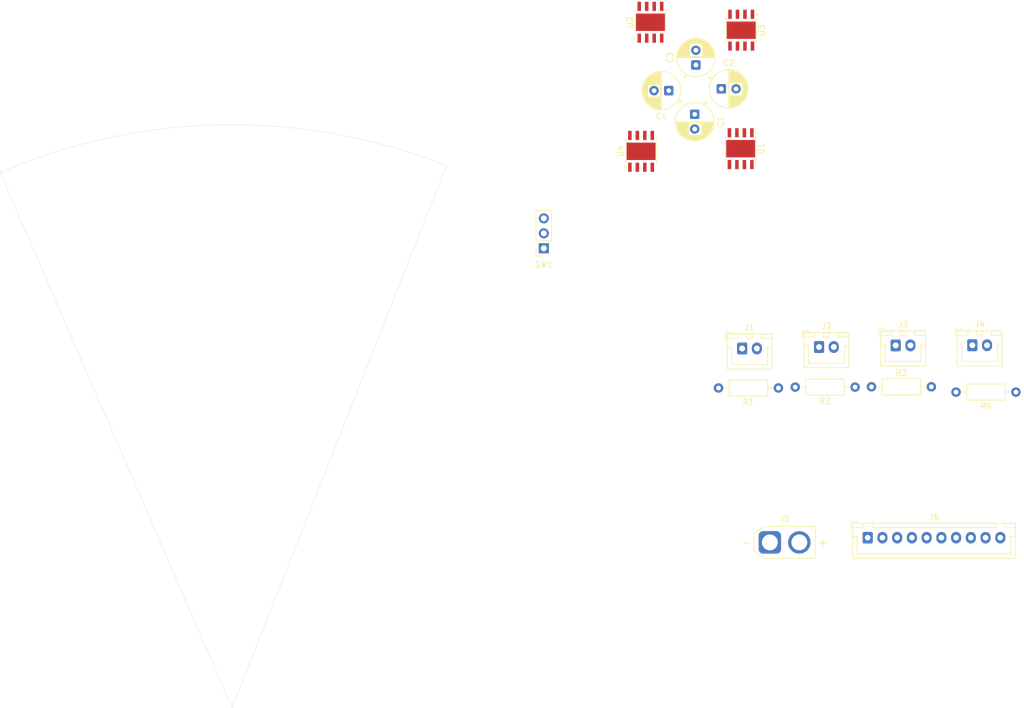
<source format=kicad_pcb>
(kicad_pcb (version 20241229) (generator "pcbnew") (generator_version "9.0")
  (layers (0 "F.Cu" signal) (2 "B.Cu" signal) (13 "F.Paste" user) (15 "B.Paste" user) (5 "F.SilkS" user "F.Silkscreen") (7 "B.SilkS" user "B.Silkscreen") (1 "F.Mask" user) (3 "B.Mask" user) (25 "Edge.Cuts" user))
  (net 0 "")
  (net 1 "GND")
  (net 2 "VCC")
  (net 3 "Net-(J1-Pin_1)")
  (net 4 "Net-(J1-Pin_2)")
  (net 5 "Net-(J2-Pin_1)")
  (net 6 "Net-(J2-Pin_2)")
  (net 7 "Net-(J3-Pin_2)")
  (net 8 "Net-(J3-Pin_1)")
  (net 9 "Net-(J4-Pin_2)")
  (net 10 "Net-(J4-Pin_1)")
  (net 11 "Net-(J5-Pin_1)")
  (net 12 "INA1")
  (net 13 "VERF")
  (net 14 "Net-(U1-RS)")
  (net 15 "VREF")
  (net 16 "INA2")
  (net 17 "INB1")
  (net 18 "INB2")
  (net 19 "INC1")
  (net 20 "INC2")
  (net 21 "IND2")
  (net 22 "IND1")
  (net 23 "Net-(U2-RS)")
  (net 24 "Net-(U4-RS)")
  (net 25 "Net-(U3-RS)")
  (footprint "Capacitor_THT:CP_Radial_D6.3mm_P2.50mm" (layer "F.Cu") (at 174.15 45.25 180)
    (property "Reference" "C4" (at 1.25 -4.4 0) (layer "F.SilkS"))
    (property "Value" "C_Polarized_US")
    (pad "1" thru_hole roundrect (at 0 0 180) (size 1.6 1.6) (drill 0.8) (layers "*.Cu" "*.Mask") (roundrect_rratio 0.15625) (net 2 "VCC"))
    (pad "2" thru_hole circle (at 2.5 0 180) (size 1.6 1.6) (drill 0.8) (layers "*.Cu" "*.Mask") (net 1 "GND"))
  )
  (footprint "Connector_JST:JST_XH_B10B-XH-A_1x10_P2.50mm_Vertical" (layer "F.Cu") (at 207.9 121.1)
    (property "Reference" "J6" (at 11.25 -3.55 0) (layer "F.SilkS"))
    (property "Value" "Conn_01x10_Socket")
    (pad "1" thru_hole roundrect (at 0 0) (size 1.7 1.95) (drill 0.95) (layers "*.Cu" "*.Mask") (roundrect_rratio 0.147059) (net 13 "VERF"))
    (pad "2" thru_hole oval (at 2.5 0) (size 1.7 1.95) (drill 0.95) (layers "*.Cu" "*.Mask") (net 12 "INA1"))
    (pad "3" thru_hole oval (at 5 0) (size 1.7 1.95) (drill 0.95) (layers "*.Cu" "*.Mask") (net 16 "INA2"))
    (pad "4" thru_hole oval (at 7.5 0) (size 1.7 1.95) (drill 0.95) (layers "*.Cu" "*.Mask") (net 17 "INB1"))
    (pad "5" thru_hole oval (at 10 0) (size 1.7 1.95) (drill 0.95) (layers "*.Cu" "*.Mask") (net 18 "INB2"))
    (pad "6" thru_hole oval (at 12.5 0) (size 1.7 1.95) (drill 0.95) (layers "*.Cu" "*.Mask") (net 19 "INC1"))
    (pad "7" thru_hole oval (at 15 0) (size 1.7 1.95) (drill 0.95) (layers "*.Cu" "*.Mask") (net 20 "INC2"))
    (pad "8" thru_hole oval (at 17.5 0) (size 1.7 1.95) (drill 0.95) (layers "*.Cu" "*.Mask") (net 22 "IND1"))
    (pad "9" thru_hole oval (at 20 0) (size 1.7 1.95) (drill 0.95) (layers "*.Cu" "*.Mask") (net 21 "IND2"))
    (pad "10" thru_hole oval (at 22.5 0) (size 1.7 1.95) (drill 0.95) (layers "*.Cu" "*.Mask") (net 1 "GND"))
  )
  (footprint "Connector_JST:JST_XH_B2B-XH-A_1x02_P2.50mm_Vertical" (layer "F.Cu") (at 225.65 88.45)
    (property "Reference" "J4" (at 1.25 -3.55 0) (layer "F.SilkS"))
    (property "Value" "Conn_01x02_Socket")
    (pad "1" thru_hole roundrect (at 0 0) (size 1.7 2) (drill 1) (layers "*.Cu" "*.Mask") (roundrect_rratio 0.147059) (net 10 "Net-(J4-Pin_1)"))
    (pad "2" thru_hole oval (at 2.5 0) (size 1.7 2) (drill 1) (layers "*.Cu" "*.Mask") (net 9 "Net-(J4-Pin_2)"))
  )
  (footprint "Capacitor_THT:CP_Radial_D6.3mm_P2.50mm" (layer "F.Cu") (at 178.75 40.9 90)
    (property "Reference" "C3" (at 1.25 -4.4 90) (layer "F.SilkS"))
    (property "Value" "C_Polarized_US")
    (pad "1" thru_hole roundrect (at 0 0 90) (size 1.6 1.6) (drill 0.8) (layers "*.Cu" "*.Mask") (roundrect_rratio 0.15625) (net 2 "VCC"))
    (pad "2" thru_hole circle (at 2.5 0 90) (size 1.6 1.6) (drill 0.8) (layers "*.Cu" "*.Mask") (net 1 "GND"))
  )
  (footprint "Capacitor_THT:CP_Radial_D6.3mm_P2.50mm" (layer "F.Cu") (at 178.55 49.267621 -90)
    (property "Reference" "C1" (at 1.25 -4.4 90) (layer "F.SilkS"))
    (property "Value" "C_Polarized_US")
    (pad "1" thru_hole roundrect (at 0 0 270) (size 1.6 1.6) (drill 0.8) (layers "*.Cu" "*.Mask") (roundrect_rratio 0.15625) (net 2 "VCC"))
    (pad "2" thru_hole circle (at 2.5 0 270) (size 1.6 1.6) (drill 0.8) (layers "*.Cu" "*.Mask") (net 1 "GND"))
  )
  (footprint "Package_SO:Texas_HSOP-8-1EP_3.9x4.9mm_P1.27mm" (layer "F.Cu") (at 169.455 55.55 90)
    (property "Reference" "U4" (at 0 -3.5 90) (layer "F.SilkS"))
    (property "Value" "~")
    (pad "1" smd rect (at -2.7 -1.905 90) (size 1.55 0.6) (layers "F.Cu" "F.Mask" "F.Paste") (net 1 "GND"))
    (pad "2" smd rect (at -2.7 -0.635 90) (size 1.55 0.6) (layers "F.Cu" "F.Mask" "F.Paste") (net 21 "IND2"))
    (pad "3" smd rect (at -2.7 0.635 90) (size 1.55 0.6) (layers "F.Cu" "F.Mask" "F.Paste") (net 22 "IND1"))
    (pad "4" smd rect (at -2.7 1.905 90) (size 1.55 0.6) (layers "F.Cu" "F.Mask" "F.Paste") (net 13 "VERF"))
    (pad "5" smd rect (at 2.7 1.905 90) (size 1.55 0.6) (layers "F.Cu" "F.Mask" "F.Paste") (net 2 "VCC"))
    (pad "6" smd rect (at 2.7 0.635 90) (size 1.55 0.6) (layers "F.Cu" "F.Mask" "F.Paste") (net 10 "Net-(J4-Pin_1)"))
    (pad "7" smd rect (at 2.7 -0.635 90) (size 1.55 0.6) (layers "F.Cu" "F.Mask" "F.Paste") (net 24 "Net-(U4-RS)"))
    (pad "8" smd rect (at 2.7 -1.905 90) (size 1.55 0.6) (layers "F.Cu" "F.Mask" "F.Paste") (net 9 "Net-(J4-Pin_2)"))
    (pad "9" smd rect (at 0 0 90) (size 2.95 4.9) (layers "F.Cu"))
  )
  (footprint "Resistor_THT:R_Axial_DIN0207_L6.3mm_D2.5mm_P10.16mm_Horizontal" (layer "F.Cu") (at 192.75 95.7 180)
    (property "Reference" "R1" (at 5.08 -2.37 0) (layer "F.SilkS"))
    (property "Value" "R")
    (pad "1" thru_hole circle (at 0 0 180) (size 1.6 1.6) (drill 0.8) (layers "*.Cu" "*.Mask") (net 14 "Net-(U1-RS)"))
    (pad "2" thru_hole circle (at 10.16 0 180) (size 1.6 1.6) (drill 0.8) (layers "*.Cu" "*.Mask") (net 1 "GND"))
  )
  (footprint "Resistor_THT:R_Axial_DIN0207_L6.3mm_D2.5mm_P10.16mm_Horizontal" (layer "F.Cu") (at 208.54 95.5)
    (property "Reference" "R3" (at 5.08 -2.37 0) (layer "F.SilkS"))
    (property "Value" "R")
    (pad "1" thru_hole circle (at 0 0) (size 1.6 1.6) (drill 0.8) (layers "*.Cu" "*.Mask") (net 1 "GND"))
    (pad "2" thru_hole circle (at 10.16 0) (size 1.6 1.6) (drill 0.8) (layers "*.Cu" "*.Mask") (net 25 "Net-(U3-RS)"))
  )
  (footprint "Package_SO:Texas_HSOP-8-1EP_3.9x4.9mm_P1.27mm" (layer "F.Cu") (at 171.045 33.65 90)
    (property "Reference" "U2" (at 0 -3.5 90) (layer "F.SilkS"))
    (property "Value" "~")
    (pad "1" smd rect (at -2.7 -1.905 90) (size 1.55 0.6) (layers "F.Cu" "F.Mask" "F.Paste") (net 1 "GND"))
    (pad "2" smd rect (at -2.7 -0.635 90) (size 1.55 0.6) (layers "F.Cu" "F.Mask" "F.Paste") (net 18 "INB2"))
    (pad "3" smd rect (at -2.7 0.635 90) (size 1.55 0.6) (layers "F.Cu" "F.Mask" "F.Paste") (net 17 "INB1"))
    (pad "4" smd rect (at -2.7 1.905 90) (size 1.55 0.6) (layers "F.Cu" "F.Mask" "F.Paste") (net 15 "VREF"))
    (pad "5" smd rect (at 2.7 1.905 90) (size 1.55 0.6) (layers "F.Cu" "F.Mask" "F.Paste") (net 2 "VCC"))
    (pad "6" smd rect (at 2.7 0.635 90) (size 1.55 0.6) (layers "F.Cu" "F.Mask" "F.Paste") (net 5 "Net-(J2-Pin_1)"))
    (pad "7" smd rect (at 2.7 -0.635 90) (size 1.55 0.6) (layers "F.Cu" "F.Mask" "F.Paste") (net 23 "Net-(U2-RS)"))
    (pad "8" smd rect (at 2.7 -1.905 90) (size 1.55 0.6) (layers "F.Cu" "F.Mask" "F.Paste") (net 6 "Net-(J2-Pin_2)"))
    (pad "9" smd rect (at 0 0 90) (size 2.95 4.9) (layers "F.Cu"))
  )
  (footprint "Connector_JST:JST_XH_B2B-XH-A_1x02_P2.50mm_Vertical" (layer "F.Cu") (at 212.65 88.475)
    (property "Reference" "J3" (at 1.25 -3.55 0) (layer "F.SilkS"))
    (property "Value" "Conn_01x02_Socket")
    (pad "1" thru_hole roundrect (at 0 0) (size 1.7 2) (drill 1) (layers "*.Cu" "*.Mask") (roundrect_rratio 0.147059) (net 8 "Net-(J3-Pin_1)"))
    (pad "2" thru_hole oval (at 2.5 0) (size 1.7 2) (drill 1) (layers "*.Cu" "*.Mask") (net 7 "Net-(J3-Pin_2)"))
  )
  (footprint "Connector_JST:JST_XH_B2B-XH-A_1x02_P2.50mm_Vertical" (layer "F.Cu") (at 199.65 88.75)
    (property "Reference" "J2" (at 1.25 -3.55 0) (layer "F.SilkS"))
    (property "Value" "Conn_01x02_Socket")
    (pad "1" thru_hole roundrect (at 0 0) (size 1.7 2) (drill 1) (layers "*.Cu" "*.Mask") (roundrect_rratio 0.147059) (net 5 "Net-(J2-Pin_1)"))
    (pad "2" thru_hole oval (at 2.5 0) (size 1.7 2) (drill 1) (layers "*.Cu" "*.Mask") (net 6 "Net-(J2-Pin_2)"))
  )
  (footprint "Package_SO:Texas_HSOP-8-1EP_3.9x4.9mm_P1.27mm" (layer "F.Cu") (at 186.445 35 -90)
    (property "Reference" "U3" (at 0 -3.5 90) (layer "F.SilkS"))
    (property "Value" "~")
    (pad "1" smd rect (at -2.7 -1.905 270) (size 1.55 0.6) (layers "F.Cu" "F.Mask" "F.Paste") (net 1 "GND"))
    (pad "2" smd rect (at -2.7 -0.635 270) (size 1.55 0.6) (layers "F.Cu" "F.Mask" "F.Paste") (net 20 "INC2"))
    (pad "3" smd rect (at -2.7 0.635 270) (size 1.55 0.6) (layers "F.Cu" "F.Mask" "F.Paste") (net 19 "INC1"))
    (pad "4" smd rect (at -2.7 1.905 270) (size 1.55 0.6) (layers "F.Cu" "F.Mask" "F.Paste") (net 13 "VERF"))
    (pad "5" smd rect (at 2.7 1.905 270) (size 1.55 0.6) (layers "F.Cu" "F.Mask" "F.Paste") (net 2 "VCC"))
    (pad "6" smd rect (at 2.7 0.635 270) (size 1.55 0.6) (layers "F.Cu" "F.Mask" "F.Paste") (net 8 "Net-(J3-Pin_1)"))
    (pad "7" smd rect (at 2.7 -0.635 270) (size 1.55 0.6) (layers "F.Cu" "F.Mask" "F.Paste") (net 25 "Net-(U3-RS)"))
    (pad "8" smd rect (at 2.7 -1.905 270) (size 1.55 0.6) (layers "F.Cu" "F.Mask" "F.Paste") (net 7 "Net-(J3-Pin_2)"))
    (pad "9" smd rect (at 0 0 270) (size 2.95 4.9) (layers "F.Cu"))
  )
  (footprint "Connector_JST:JST_XH_B2B-XH-A_1x02_P2.50mm_Vertical" (layer "F.Cu") (at 186.6 89)
    (property "Reference" "J1" (at 1.25 -3.55 0) (layer "F.SilkS"))
    (property "Value" "Conn_01x02_Socket")
    (pad "1" thru_hole roundrect (at 0 0) (size 1.7 2) (drill 1) (layers "*.Cu" "*.Mask") (roundrect_rratio 0.147059) (net 3 "Net-(J1-Pin_1)"))
    (pad "2" thru_hole oval (at 2.5 0) (size 1.7 2) (drill 1) (layers "*.Cu" "*.Mask") (net 4 "Net-(J1-Pin_2)"))
  )
  (footprint "Connector_PinSocket_2.54mm:PinSocket_1x03_P2.54mm_Vertical" (layer "F.Cu") (at 152.95 72 180)
    (property "Reference" "SW1" (at 0 -2.77 0) (layer "F.SilkS"))
    (property "Value" "SW_DPST_x2")
    (pad "1" thru_hole rect (at 0 0 180) (size 1.7 1.7) (drill 1) (layers "*.Cu" "*.Mask") (net 2 "VCC"))
    (pad "2" thru_hole circle (at 0 2.54 180) (size 1.7 1.7) (drill 1) (layers "*.Cu" "*.Mask") (net 11 "Net-(J5-Pin_1)"))
    (pad "3" thru_hole circle (at 0 5.08 180) (size 1.7 1.7) (drill 1) (layers "*.Cu" "*.Mask"))
  )
  (footprint "Package_SO:Texas_HSOP-8-1EP_3.9x4.9mm_P1.27mm" (layer "F.Cu") (at 186.345 55.1 -90)
    (property "Reference" "U1" (at 0 -3.5 90) (layer "F.SilkS"))
    (property "Value" "~")
    (pad "1" smd rect (at -2.7 -1.905 270) (size 1.55 0.6) (layers "F.Cu" "F.Mask" "F.Paste") (net 1 "GND"))
    (pad "2" smd rect (at -2.7 -0.635 270) (size 1.55 0.6) (layers "F.Cu" "F.Mask" "F.Paste") (net 16 "INA2"))
    (pad "3" smd rect (at -2.7 0.635 270) (size 1.55 0.6) (layers "F.Cu" "F.Mask" "F.Paste") (net 12 "INA1"))
    (pad "4" smd rect (at -2.7 1.905 270) (size 1.55 0.6) (layers "F.Cu" "F.Mask" "F.Paste") (net 15 "VREF"))
    (pad "5" smd rect (at 2.7 1.905 270) (size 1.55 0.6) (layers "F.Cu" "F.Mask" "F.Paste") (net 2 "VCC"))
    (pad "6" smd rect (at 2.7 0.635 270) (size 1.55 0.6) (layers "F.Cu" "F.Mask" "F.Paste") (net 3 "Net-(J1-Pin_1)"))
    (pad "7" smd rect (at 2.7 -0.635 270) (size 1.55 0.6) (layers "F.Cu" "F.Mask" "F.Paste") (net 14 "Net-(U1-RS)"))
    (pad "8" smd rect (at 2.7 -1.905 270) (size 1.55 0.6) (layers "F.Cu" "F.Mask" "F.Paste") (net 4 "Net-(J1-Pin_2)"))
    (pad "9" smd rect (at 0 0 270) (size 2.95 4.9) (layers "F.Cu"))
  )
  (footprint "Capacitor_THT:CP_Radial_D6.3mm_P2.50mm" (layer "F.Cu") (at 183.067621 44.95)
    (property "Reference" "C2" (at 1.25 -4.4 0) (layer "F.SilkS"))
    (property "Value" "C_Polarized_US")
    (pad "1" thru_hole roundrect (at 0 0) (size 1.6 1.6) (drill 0.8) (layers "*.Cu" "*.Mask") (roundrect_rratio 0.15625) (net 2 "VCC"))
    (pad "2" thru_hole circle (at 2.5 0) (size 1.6 1.6) (drill 0.8) (layers "*.Cu" "*.Mask") (net 1 "GND"))
  )
  (footprint "Resistor_THT:R_Axial_DIN0207_L6.3mm_D2.5mm_P10.16mm_Horizontal" (layer "F.Cu") (at 233.05 96.4 180)
    (property "Reference" "R4" (at 5.08 -2.37 0) (layer "F.SilkS"))
    (property "Value" "R")
    (pad "1" thru_hole circle (at 0 0 180) (size 1.6 1.6) (drill 0.8) (layers "*.Cu" "*.Mask") (net 24 "Net-(U4-RS)"))
    (pad "2" thru_hole circle (at 10.16 0 180) (size 1.6 1.6) (drill 0.8) (layers "*.Cu" "*.Mask") (net 1 "GND"))
  )
  (footprint "Resistor_THT:R_Axial_DIN0207_L6.3mm_D2.5mm_P10.16mm_Horizontal" (layer "F.Cu") (at 205.76 95.55 180)
    (property "Reference" "R2" (at 5.08 -2.37 0) (layer "F.SilkS"))
    (property "Value" "R")
    (pad "1" thru_hole circle (at 0 0 180) (size 1.6 1.6) (drill 0.8) (layers "*.Cu" "*.Mask") (net 23 "Net-(U2-RS)"))
    (pad "2" thru_hole circle (at 10.16 0 180) (size 1.6 1.6) (drill 0.8) (layers "*.Cu" "*.Mask") (net 1 "GND"))
  )
  (footprint "Connector_AMASS:AMASS_XT30U-M_1x02_P5.0mm_Vertical" (layer "F.Cu") (at 191.3 121.9)
    (property "Reference" "J5" (at 2.5 -4 0) (layer "F.SilkS"))
    (property "Value" "Conn_01x02_Socket")
    (fp_text user "-" (at -4 0 0) (layer "F.SilkS") (effects (font (size 1.5 1.5))))
    (fp_text user "+" (at 9 0 0) (layer "F.SilkS") (effects (font (size 1.5 1.5))))
    (pad "1" thru_hole roundrect (at 0 0) (size 3.8 3.8) (drill 2.7) (layers "*.Cu" "*.Mask") (roundrect_rratio 0.2) (net 11 "Net-(J5-Pin_1)"))
    (pad "2" thru_hole circle (at 5 0) (size 3.8 3.8) (drill 2.7) (layers "*.Cu" "*.Mask") (net 1 "GND"))
  )
  (gr_arc (start 60.708847 59.161034) (mid 98.457491 51.03974) (end 136.440911 57.980587) (stroke (width 0.05)) (layer "Edge.Cuts"))
  (gr_line (start 100.058847 149.961034) (end 60.708847 59.161034) (stroke (width 0.05)) (layer "Edge.Cuts"))
  (gr_line (start 100.058847 149.961034) (end 136.440911 57.980587) (stroke (width 0.05)) (layer "Edge.Cuts"))
)
</source>
